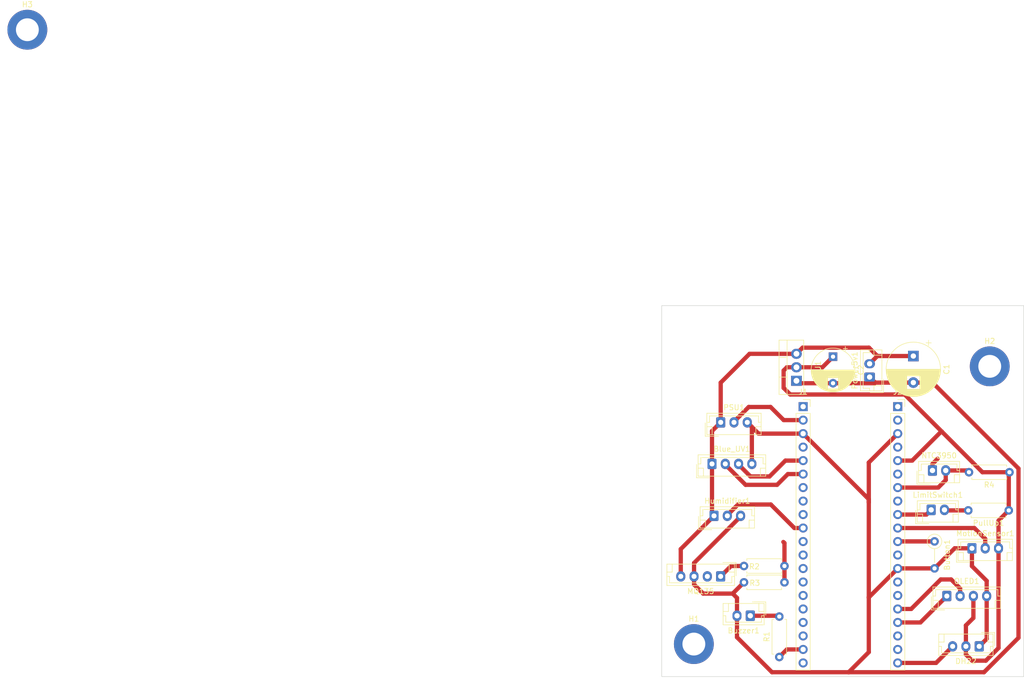
<source format=kicad_pcb>
(kicad_pcb (version 20221018) (generator pcbnew)
  (layers (0 "F.Cu" signal) (31 "B.Cu" signal) (34 "B.Paste" user) (35 "F.Paste" user) (36 "B.SilkS" user "B.Silkscreen") (37 "F.SilkS" user "F.Silkscreen") (38 "B.Mask" user) (39 "F.Mask" user) (44 "Edge.Cuts" user))
  (net 0 "")
  (net 1 "+5V")
  (net 2 "BlueLight")
  (net 3 "UVLight")
  (net 4 "GND")
  (net 5 "Net-(Buzzer1-Pin_1)")
  (net 6 "+3.3V")
  (net 7 "DH22")
  (net 8 "Humidifier")
  (net 26 "Net-(J2-Pin_11)")
  (net 32 "LimitSwitch")
  (net 33 "Net-(LimitSwitch1-Pin_2)")
  (net 34 "MotionSensor")
  (net 35 "NTC3950")
  (net 37 "SDA")
  (net 38 "SCL")
  (net 39 "MainPSU")
  (net 40 "Buzzer")
  (net 42 "MQ135_Digital")
  (net 43 "Net-(MQ135-Pin_1)")
  (footprint "Capacitor_THT:CP_Radial_D10.0mm_P5.00mm" (layer "F.Cu") (at 170.7388 65.471626 -90)
    (fp_text reference "C1" (at 2.5 -6.25 90) (layer "F.SilkS"))
    (fp_text value "330uf")
    (pad "1" thru_hole rect (at 0 0 270) (size 2 2) (drill 1) (layers "*.Cu" "*.Mask") (net 1 "+5V"))
    (pad "2" thru_hole circle (at 5 0 270) (size 2 2) (drill 1) (layers "*.Cu" "*.Mask") (net 4 "GND"))
  )
  (footprint "Resistor_THT:R_Axial_DIN0207_L6.3mm_D2.5mm_P7.62mm_Horizontal" (layer "F.Cu") (at 138.8688 108.0843)
    (fp_text reference "R3" (at 2.032 0.127) (layer "F.SilkS"))
    (fp_text value "2k")
    (pad "1" thru_hole circle (at 0 0) (size 1.6 1.6) (drill 0.8) (layers "*.Cu" "*.Mask") (net 4 "GND"))
    (pad "2" thru_hole oval (at 7.62 0) (size 1.6 1.6) (drill 0.8) (layers "*.Cu" "*.Mask") (net 42 "MQ135_Digital"))
  )
  (footprint "Connector_PinSocket_2.54mm:PinSocket_1x20_P2.54mm_Vertical" (layer "F.Cu") (at 150 75)
    (fp_text reference "J1" (at 0 -2.77) (layer "F.SilkS"))
    (fp_text value "Conn_01x20" hide)
    (pad "1" thru_hole rect (at 0 0) (size 1.7 1.7) (drill 1) (layers "*.Cu" "*.Mask"))
    (pad "2" thru_hole oval (at 0 2.54) (size 1.7 1.7) (drill 1) (layers "*.Cu" "*.Mask") (net 39 "MainPSU"))
    (pad "3" thru_hole oval (at 0 5.08) (size 1.7 1.7) (drill 1) (layers "*.Cu" "*.Mask") (net 4 "GND"))
    (pad "4" thru_hole oval (at 0 7.62) (size 1.7 1.7) (drill 1) (layers "*.Cu" "*.Mask"))
    (pad "5" thru_hole oval (at 0 10.16) (size 1.7 1.7) (drill 1) (layers "*.Cu" "*.Mask") (net 3 "UVLight"))
    (pad "6" thru_hole oval (at 0 12.7) (size 1.7 1.7) (drill 1) (layers "*.Cu" "*.Mask") (net 2 "BlueLight"))
    (pad "7" thru_hole oval (at 0 15.24) (size 1.7 1.7) (drill 1) (layers "*.Cu" "*.Mask"))
    (pad "8" thru_hole oval (at 0 17.78) (size 1.7 1.7) (drill 1) (layers "*.Cu" "*.Mask"))
    (pad "9" thru_hole oval (at 0 20.32) (size 1.7 1.7) (drill 1) (layers "*.Cu" "*.Mask"))
    (pad "10" thru_hole oval (at 0 22.86) (size 1.7 1.7) (drill 1) (layers "*.Cu" "*.Mask") (net 8 "Humidifier"))
    (pad "11" thru_hole oval (at 0 25.4) (size 1.7 1.7) (drill 1) (layers "*.Cu" "*.Mask"))
    (pad "12" thru_hole oval (at 0 27.94) (size 1.7 1.7) (drill 1) (layers "*.Cu" "*.Mask"))
    (pad "13" thru_hole oval (at 0 30.48) (size 1.7 1.7) (drill 1) (layers "*.Cu" "*.Mask"))
    (pad "14" thru_hole oval (at 0 33.02) (size 1.7 1.7) (drill 1) (layers "*.Cu" "*.Mask"))
    (pad "15" thru_hole oval (at 0 35.56) (size 1.7 1.7) (drill 1) (layers "*.Cu" "*.Mask"))
    (pad "16" thru_hole oval (at 0 38.1) (size 1.7 1.7) (drill 1) (layers "*.Cu" "*.Mask"))
    (pad "17" thru_hole oval (at 0 40.64) (size 1.7 1.7) (drill 1) (layers "*.Cu" "*.Mask"))
    (pad "18" thru_hole oval (at 0 43.18) (size 1.7 1.7) (drill 1) (layers "*.Cu" "*.Mask"))
    (pad "19" thru_hole oval (at 0 45.72) (size 1.7 1.7) (drill 1) (layers "*.Cu" "*.Mask") (net 40 "Buzzer"))
    (pad "20" thru_hole oval (at 0 48.26) (size 1.7 1.7) (drill 1) (layers "*.Cu" "*.Mask"))
  )
  (footprint "Resistor_THT:R_Axial_DIN0207_L6.3mm_D2.5mm_P7.62mm_Horizontal" (layer "F.Cu") (at 146.4888 105.0109 180)
    (fp_text reference "R2" (at 5.6642 -0.1016) (layer "F.SilkS"))
    (fp_text value "1k")
    (pad "1" thru_hole circle (at 0 0 180) (size 1.6 1.6) (drill 0.8) (layers "*.Cu" "*.Mask") (net 42 "MQ135_Digital"))
    (pad "2" thru_hole oval (at 7.62 0 180) (size 1.6 1.6) (drill 0.8) (layers "*.Cu" "*.Mask") (net 43 "Net-(MQ135-Pin_1)"))
  )
  (footprint "Connector_JST:JST_EH_B4B-EH-A_1x04_P2.50mm_Vertical" (layer "F.Cu") (at 134.4746 106.9667 180)
    (fp_text reference "MQ135" (at 3.75 -2.8) (layer "F.SilkS"))
    (fp_text value "JST4P")
    (pad "1" thru_hole roundrect (at 0 0 180) (size 1.7 1.95) (drill 0.95) (layers "*.Cu" "*.Mask") (roundrect_rratio 0.147059) (net 43 "Net-(MQ135-Pin_1)"))
    (pad "2" thru_hole oval (at 2.5 0 180) (size 1.7 1.95) (drill 0.95) (layers "*.Cu" "*.Mask"))
    (pad "3" thru_hole oval (at 5 0 180) (size 1.7 1.95) (drill 0.95) (layers "*.Cu" "*.Mask") (net 4 "GND"))
    (pad "4" thru_hole oval (at 7.5 0 180) (size 1.7 1.95) (drill 0.95) (layers "*.Cu" "*.Mask") (net 1 "+5V"))
  )
  (footprint "Connector_JST:JST_EH_B2B-EH-A_1x02_P2.50mm_Vertical" (layer "F.Cu") (at 174.3348 87.0204)
    (fp_text reference "NTC3950" (at 1.25 -2.8) (layer "F.SilkS"))
    (fp_text value "100k")
    (pad "1" thru_hole roundrect (at 0 0) (size 1.7 2) (drill 1) (layers "*.Cu" "*.Mask") (roundrect_rratio 0.147059) (net 4 "GND"))
    (pad "2" thru_hole oval (at 2.5 0) (size 1.7 2) (drill 1) (layers "*.Cu" "*.Mask") (net 35 "NTC3950"))
  )
  (footprint "MountingHole:MountingHole_4.3mm_M4_DIN965_Pad_TopBottom" (layer "F.Cu") (at 4.025 4.025)
    (fp_text reference "H3" (at 0 -4.75) (layer "F.SilkS"))
    (fp_text value "MountingHole")
    (pad "1" thru_hole circle (at 0 0) (size 4.7 4.7) (drill 4.3) (layers "*.Cu" "*.Mask"))
    (pad "1" connect circle (at 0 0) (size 7.5 7.5) (layers "F.Cu" "F.Mask"))
    (pad "1" connect circle (at 0 0) (size 7.5 7.5) (layers "B.Cu" "B.Mask"))
  )
  (footprint "Connector_JST:JST_EH_B2B-EH-A_1x02_P2.50mm_Vertical" (layer "F.Cu") (at 140.0556 114.3762 180)
    (fp_text reference "Buzzer1" (at 1.25 -2.8) (layer "F.SilkS"))
    (fp_text value "JST2P")
    (pad "1" thru_hole roundrect (at 0 0 180) (size 1.7 2) (drill 1) (layers "*.Cu" "*.Mask") (roundrect_rratio 0.147059) (net 5 "Net-(Buzzer1-Pin_1)"))
    (pad "2" thru_hole oval (at 2.5 0 180) (size 1.7 2) (drill 1) (layers "*.Cu" "*.Mask") (net 4 "GND"))
  )
  (footprint "Connector_JST:JST_EH_B2B-EH-A_1x02_P2.50mm_Vertical" (layer "F.Cu") (at 174.0916 94.4372)
    (fp_text reference "LimitSwitch1" (at 1.25 -2.8) (layer "F.SilkS"))
    (fp_text value "JST2P")
    (pad "1" thru_hole roundrect (at 0 0) (size 1.7 2) (drill 1) (layers "*.Cu" "*.Mask") (roundrect_rratio 0.147059) (net 32 "LimitSwitch"))
    (pad "2" thru_hole oval (at 2.5 0) (size 1.7 2) (drill 1) (layers "*.Cu" "*.Mask") (net 33 "Net-(LimitSwitch1-Pin_2)"))
  )
  (footprint "Connector_JST:JST_EH_B4B-EH-A_1x04_P2.50mm_Vertical" (layer "F.Cu") (at 132.8528 85.7831)
    (fp_text reference "Blue_UV1" (at 3.75 -2.8) (layer "F.SilkS"))
    (fp_text value "Relay_2CH")
    (pad "1" thru_hole roundrect (at 0 0) (size 1.7 1.95) (drill 0.95) (layers "*.Cu" "*.Mask") (roundrect_rratio 0.147059) (net 1 "+5V"))
    (pad "2" thru_hole oval (at 2.5 0) (size 1.7 1.95) (drill 0.95) (layers "*.Cu" "*.Mask") (net 2 "BlueLight"))
    (pad "3" thru_hole oval (at 5 0) (size 1.7 1.95) (drill 0.95) (layers "*.Cu" "*.Mask") (net 3 "UVLight"))
    (pad "4" thru_hole oval (at 7.5 0) (size 1.7 1.95) (drill 0.95) (layers "*.Cu" "*.Mask") (net 4 "GND"))
  )
  (footprint "Connector_JST:JST_EH_B3B-EH-A_1x03_P2.50mm_Vertical" (layer "F.Cu") (at 134.4892 77.9599)
    (fp_text reference "PSU1" (at 2.5 -2.8) (layer "F.SilkS"))
    (fp_text value "Relay_1CH")
    (pad "1" thru_hole roundrect (at 0 0) (size 1.7 1.95) (drill 0.95) (layers "*.Cu" "*.Mask") (roundrect_rratio 0.147059) (net 1 "+5V"))
    (pad "2" thru_hole oval (at 2.5 0) (size 1.7 1.95) (drill 0.95) (layers "*.Cu" "*.Mask") (net 39 "MainPSU"))
    (pad "3" thru_hole oval (at 5 0) (size 1.7 1.95) (drill 0.95) (layers "*.Cu" "*.Mask") (net 4 "GND"))
  )
  (footprint "Resistor_THT:R_Axial_DIN0207_L6.3mm_D2.5mm_P7.62mm_Horizontal" (layer "F.Cu") (at 188.6966 94.5388 180)
    (fp_text reference "PullUp1" (at 3.81 -2.37) (layer "F.SilkS"))
    (fp_text value "10k")
    (pad "1" thru_hole circle (at 0 0 180) (size 1.6 1.6) (drill 0.8) (layers "*.Cu" "*.Mask") (net 6 "+3.3V"))
    (pad "2" thru_hole oval (at 7.62 0 180) (size 1.6 1.6) (drill 0.8) (layers "*.Cu" "*.Mask") (net 33 "Net-(LimitSwitch1-Pin_2)"))
  )
  (footprint "Package_TO_SOT_THT:TO-220-3_Vertical" (layer "F.Cu") (at 148.7424 70.1294 90)
    (fp_text reference "U1" (at 2.7486 4.0592 90) (layer "F.SilkS"))
    (fp_text value "AZ1117-3.3")
    (pad "1" thru_hole rect (at 0 0 90) (size 1.905 2) (drill 1.1) (layers "*.Cu" "*.Mask") (net 4 "GND"))
    (pad "2" thru_hole oval (at 2.54 0 90) (size 1.905 2) (drill 1.1) (layers "*.Cu" "*.Mask") (net 6 "+3.3V"))
    (pad "3" thru_hole oval (at 5.08 0 90) (size 1.905 2) (drill 1.1) (layers "*.Cu" "*.Mask") (net 1 "+5V"))
  )
  (footprint "Resistor_THT:R_Axial_DIN0207_L6.3mm_D2.5mm_P5.08mm_Vertical" (layer "F.Cu") (at 174.7266 100.3772 -90)
    (fp_text reference "Button1" (at 2.54 -2.37 90) (layer "F.SilkS"))
    (fp_text value "DIP")
    (pad "1" thru_hole circle (at 0 0 270) (size 1.6 1.6) (drill 0.8) (layers "*.Cu" "*.Mask") (net 26 "Net-(J2-Pin_11)"))
    (pad "2" thru_hole oval (at 5.08 0 270) (size 1.6 1.6) (drill 0.8) (layers "*.Cu" "*.Mask") (net 4 "GND"))
  )
  (footprint "Resistor_THT:R_Axial_DIN0207_L6.3mm_D2.5mm_P7.62mm_Horizontal" (layer "F.Cu") (at 188.8236 87.3506 180)
    (fp_text reference "R4" (at 3.81 -2.37) (layer "F.SilkS"))
    (fp_text value "100k")
    (pad "1" thru_hole circle (at 0 0 180) (size 1.6 1.6) (drill 0.8) (layers "*.Cu" "*.Mask") (net 6 "+3.3V"))
    (pad "2" thru_hole oval (at 7.62 0 180) (size 1.6 1.6) (drill 0.8) (layers "*.Cu" "*.Mask") (net 35 "NTC3950"))
  )
  (footprint "Resistor_THT:R_Axial_DIN0207_L6.3mm_D2.5mm_P7.62mm_Horizontal" (layer "F.Cu") (at 145.5166 122.1486 90)
    (fp_text reference "R1" (at 3.81 -2.37 90) (layer "F.SilkS"))
    (fp_text value "200")
    (pad "1" thru_hole circle (at 0 0 90) (size 1.6 1.6) (drill 0.8) (layers "*.Cu" "*.Mask") (net 40 "Buzzer"))
    (pad "2" thru_hole oval (at 7.62 0 90) (size 1.6 1.6) (drill 0.8) (layers "*.Cu" "*.Mask") (net 5 "Net-(Buzzer1-Pin_1)"))
  )
  (footprint "Connector_JST:JST_EH_B3B-EH-A_1x03_P2.50mm_Vertical" (layer "F.Cu") (at 181.7662 101.6762)
    (fp_text reference "MotionSensor1" (at 2.5 -2.8) (layer "F.SilkS"))
    (fp_text value "JST3P")
    (pad "1" thru_hole roundrect (at 0 0) (size 1.7 1.95) (drill 0.95) (layers "*.Cu" "*.Mask") (roundrect_rratio 0.147059) (net 4 "GND"))
    (pad "2" thru_hole oval (at 2.5 0) (size 1.7 1.95) (drill 0.95) (layers "*.Cu" "*.Mask") (net 34 "MotionSensor"))
    (pad "3" thru_hole oval (at 5 0) (size 1.7 1.95) (drill 0.95) (layers "*.Cu" "*.Mask") (net 6 "+3.3V"))
  )
  (footprint "Connector_JST:JST_EH_B2B-EH-A_1x02_P2.50mm_Vertical" (layer "F.Cu") (at 162.5092 69.428549 90)
    (fp_text reference "Power5v1" (at 1.25 -2.8 90) (layer "F.SilkS"))
    (fp_text value "JST2P")
    (pad "1" thru_hole roundrect (at 0 0 90) (size 1.7 2) (drill 1) (layers "*.Cu" "*.Mask") (roundrect_rratio 0.147059) (net 4 "GND"))
    (pad "2" thru_hole oval (at 2.5 0 90) (size 1.7 2) (drill 1) (layers "*.Cu" "*.Mask") (net 1 "+5V"))
  )
  (footprint "Connector_JST:JST_EH_B4B-EH-A_1x04_P2.50mm_Vertical" (layer "F.Cu") (at 177.038 110.6678)
    (fp_text reference "OLED1" (at 3.75 -2.8) (layer "F.SilkS"))
    (fp_text value "JST4P")
    (pad "1" thru_hole roundrect (at 0 0) (size 1.7 1.95) (drill 0.95) (layers "*.Cu" "*.Mask") (roundrect_rratio 0.147059) (net 37 "SDA"))
    (pad "2" thru_hole oval (at 2.5 0) (size 1.7 1.95) (drill 0.95) (layers "*.Cu" "*.Mask") (net 38 "SCL"))
    (pad "3" thru_hole oval (at 5 0) (size 1.7 1.95) (drill 0.95) (layers "*.Cu" "*.Mask") (net 6 "+3.3V"))
    (pad "4" thru_hole oval (at 7.5 0) (size 1.7 1.95) (drill 0.95) (layers "*.Cu" "*.Mask") (net 4 "GND"))
  )
  (footprint "Connector_JST:JST_EH_B3B-EH-A_1x03_P2.50mm_Vertical" (layer "F.Cu") (at 133.2338 95.5621)
    (fp_text reference "Humidifier1" (at 2.5 -2.8) (layer "F.SilkS"))
    (fp_text value "JST_3P")
    (pad "1" thru_hole roundrect (at 0 0) (size 1.7 1.95) (drill 0.95) (layers "*.Cu" "*.Mask") (roundrect_rratio 0.147059) (net 1 "+5V"))
    (pad "2" thru_hole oval (at 2.5 0) (size 1.7 1.95) (drill 0.95) (layers "*.Cu" "*.Mask") (net 8 "Humidifier"))
    (pad "3" thru_hole oval (at 5 0) (size 1.7 1.95) (drill 0.95) (layers "*.Cu" "*.Mask") (net 4 "GND"))
  )
  (footprint "Connector_JST:JST_EH_B3B-EH-A_1x03_P2.50mm_Vertical" (layer "F.Cu") (at 183.1302 120.142 180)
    (fp_text reference "DH22" (at 2.5 -2.8) (layer "F.SilkS"))
    (fp_text value "JST3P")
    (pad "1" thru_hole roundrect (at 0 0 180) (size 1.7 1.95) (drill 0.95) (layers "*.Cu" "*.Mask") (roundrect_rratio 0.147059) (net 4 "GND"))
    (pad "2" thru_hole oval (at 2.5 0 180) (size 1.7 1.95) (drill 0.95) (layers "*.Cu" "*.Mask") (net 6 "+3.3V"))
    (pad "3" thru_hole oval (at 5 0 180) (size 1.7 1.95) (drill 0.95) (layers "*.Cu" "*.Mask") (net 7 "DH22"))
  )
  (footprint "Connector_PinSocket_2.54mm:PinSocket_1x20_P2.54mm_Vertical" (layer "F.Cu") (at 167.8 75)
    (fp_text reference "J2" (at 0 -2.77) (layer "F.SilkS"))
    (fp_text value "Conn_01x20")
    (pad "1" thru_hole rect (at 0 0) (size 1.7 1.7) (drill 1) (layers "*.Cu" "*.Mask"))
    (pad "2" thru_hole oval (at 0 2.54) (size 1.7 1.7) (drill 1) (layers "*.Cu" "*.Mask"))
    (pad "3" thru_hole oval (at 0 5.08) (size 1.7 1.7) (drill 1) (layers "*.Cu" "*.Mask") (net 4 "GND"))
    (pad "4" thru_hole oval (at 0 7.62) (size 1.7 1.7) (drill 1) (layers "*.Cu" "*.Mask"))
    (pad "5" thru_hole oval (at 0 10.16) (size 1.7 1.7) (drill 1) (layers "*.Cu" "*.Mask") (net 6 "+3.3V"))
    (pad "6" thru_hole oval (at 0 12.7) (size 1.7 1.7) (drill 1) (layers "*.Cu" "*.Mask"))
    (pad "7" thru_hole oval (at 0 15.24) (size 1.7 1.7) (drill 1) (layers "*.Cu" "*.Mask") (net 35 "NTC3950"))
    (pad "8" thru_hole oval (at 0 17.78) (size 1.7 1.7) (drill 1) (layers "*.Cu" "*.Mask"))
    (pad "9" thru_hole oval (at 0 20.32) (size 1.7 1.7) (drill 1) (layers "*.Cu" "*.Mask") (net 32 "LimitSwitch"))
    (pad "10" thru_hole oval (at 0 22.86) (size 1.7 1.7) (drill 1) (layers "*.Cu" "*.Mask") (net 34 "MotionSensor"))
    (pad "11" thru_hole oval (at 0 25.4) (size 1.7 1.7) (drill 1) (layers "*.Cu" "*.Mask") (net 26 "Net-(J2-Pin_11)"))
    (pad "12" thru_hole oval (at 0 27.94) (size 1.7 1.7) (drill 1) (layers "*.Cu" "*.Mask"))
    (pad "13" thru_hole oval (at 0 30.48) (size 1.7 1.7) (drill 1) (layers "*.Cu" "*.Mask") (net 4 "GND"))
    (pad "14" thru_hole oval (at 0 33.02) (size 1.7 1.7) (drill 1) (layers "*.Cu" "*.Mask"))
    (pad "15" thru_hole oval (at 0 35.56) (size 1.7 1.7) (drill 1) (layers "*.Cu" "*.Mask"))
    (pad "16" thru_hole oval (at 0 38.1) (size 1.7 1.7) (drill 1) (layers "*.Cu" "*.Mask") (net 38 "SCL"))
    (pad "17" thru_hole oval (at 0 40.64) (size 1.7 1.7) (drill 1) (layers "*.Cu" "*.Mask") (net 37 "SDA"))
    (pad "18" thru_hole oval (at 0 43.18) (size 1.7 1.7) (drill 1) (layers "*.Cu" "*.Mask"))
    (pad "19" thru_hole oval (at 0 45.72) (size 1.7 1.7) (drill 1) (layers "*.Cu" "*.Mask"))
    (pad "20" thru_hole oval (at 0 48.26) (size 1.7 1.7) (drill 1) (layers "*.Cu" "*.Mask") (net 7 "DH22"))
  )
  (footprint "Capacitor_THT:CP_Radial_D8.0mm_P5.00mm" (layer "F.Cu") (at 155.6258 65.593149 -90)
    (fp_text reference "C2" (at 2.5 -5.25 90) (layer "F.SilkS"))
    (fp_text value "220uf")
    (pad "1" thru_hole rect (at 0 0 270) (size 1.6 1.6) (drill 0.8) (layers "*.Cu" "*.Mask") (net 6 "+3.3V"))
    (pad "2" thru_hole circle (at 5 0 270) (size 1.6 1.6) (drill 0.8) (layers "*.Cu" "*.Mask") (net 4 "GND"))
  )
  (footprint "MountingHole:MountingHole_4.3mm_M4_DIN965_Pad_TopBottom" (layer "F.Cu") (at 185.1152 67.4116)
    (fp_text reference "H2" (at 0 -4.75) (layer "F.SilkS"))
    (fp_text value "MountingHole")
    (pad "1" thru_hole circle (at 0 0) (size 4.7 4.7) (drill 4.3) (layers "*.Cu" "*.Mask"))
    (pad "1" connect circle (at 0 0) (size 7.5 7.5) (layers "F.Cu" "F.Mask"))
    (pad "1" connect circle (at 0 0) (size 7.5 7.5) (layers "B.Cu" "B.Mask"))
  )
  (footprint "MountingHole:MountingHole_4.3mm_M4_DIN965_Pad_TopBottom" (layer "F.Cu") (at 129.4384 119.7102)
    (fp_text reference "H1" (at 0 -4.75) (layer "F.SilkS"))
    (fp_text value "MountingHole")
    (pad "1" thru_hole circle (at 0 0) (size 4.7 4.7) (drill 4.3) (layers "*.Cu" "*.Mask"))
    (pad "1" connect circle (at 0 0) (size 7.5 7.5) (layers "F.Cu" "F.Mask"))
    (pad "1" connect circle (at 0 0) (size 7.5 7.5) (layers "B.Cu" "B.Mask"))
  )
  (gr_rect (start 123.3932 55.9816) (end 191.516 125.8316) (stroke (width 0.1)) (fill none) (layer "Edge.Cuts"))
  (segment (start 126.9746 101.8213) (end 126.9746 106.9667) (width 0.8) (layer "F.Cu") (net 1))
  (segment (start 139.924503 65.0494) (end 148.7424 65.0494) (width 0.8) (layer "F.Cu") (net 1))
  (segment (start 163.966123 65.471626) (end 162.387646 63.893149) (width 0.8) (layer "F.Cu") (net 1))
  (segment (start 149.898651 63.893149) (end 148.7424 65.0494) (width 0.8) (layer "F.Cu") (net 1))
  (segment (start 163.966123 65.471626) (end 162.5092 66.928549) (width 0.8) (layer "F.Cu") (net 1))
  (segment (start 134.4892 70.484703) (end 139.924503 65.0494) (width 0.8) (layer "F.Cu") (net 1))
  (segment (start 134.4892 77.9599) (end 134.4892 70.484703) (width 0.8) (layer "F.Cu") (net 1))
  (segment (start 133.2338 95.5621) (end 126.9746 101.8213) (width 0.8) (layer "F.Cu") (net 1))
  (segment (start 134.4892 77.9599) (end 132.8528 79.5963) (width 0.8) (layer "F.Cu") (net 1))
  (segment (start 132.8528 79.5963) (end 132.8528 85.7831) (width 0.8) (layer "F.Cu") (net 1))
  (segment (start 132.8528 85.7831) (end 132.8528 95.1811) (width 0.8) (layer "F.Cu") (net 1))
  (segment (start 170.7388 65.471626) (end 163.966123 65.471626) (width 0.8) (layer "F.Cu") (net 1))
  (segment (start 132.8528 95.1811) (end 133.2338 95.5621) (width 0.8) (layer "F.Cu") (net 1))
  (segment (start 162.387646 63.893149) (end 149.898651 63.893149) (width 0.8) (layer "F.Cu") (net 1))
  (segment (start 147.123 87.7) (end 150 87.7) (width 0.8) (layer "F.Cu") (net 2))
  (segment (start 135.3528 85.9081) (end 139.1648 89.7201) (width 0.8) (layer "F.Cu") (net 2))
  (segment (start 145.1029 89.7201) (end 147.123 87.7) (width 0.8) (layer "F.Cu") (net 2))
  (segment (start 135.3528 85.7831) (end 135.3528 85.9081) (width 0.8) (layer "F.Cu") (net 2))
  (segment (start 139.1648 89.7201) (end 145.1029 89.7201) (width 0.8) (layer "F.Cu") (net 2))
  (segment (start 140.09 88.1453) (end 143.6805 88.1453) (width 0.8) (layer "F.Cu") (net 3))
  (segment (start 137.8528 85.9081) (end 140.09 88.1453) (width 0.8) (layer "F.Cu") (net 3))
  (segment (start 146.6658 85.16) (end 150 85.16) (width 0.8) (layer "F.Cu") (net 3))
  (segment (start 143.6805 88.1453) (end 146.6658 85.16) (width 0.8) (layer "F.Cu") (net 3))
  (segment (start 137.8528 85.7831) (end 137.8528 85.9081) (width 0.8) (layer "F.Cu") (net 3))
  (segment (start 130.8706 109.8877) (end 131.1872 110.2043) (width 0.8) (layer "F.Cu") (net 4))
  (segment (start 162.3575 92.9894) (end 162.3575 85.5225) (width 0.8) (layer "F.Cu") (net 4))
  (segment (start 184.538 118.7342) (end 183.1302 120.142) (width 0.8) (layer "F.Cu") (net 4))
  (segment (start 190.5254 118.526078) (end 184.041478 125.01) (width 0.8) (layer "F.Cu") (net 4))
  (segment (start 162.3575 85.5225) (end 167.8 80.08) (width 0.8) (layer "F.Cu") (net 4))
  (segment (start 140.3528 85.7831) (end 140.3528 78.8235) (width 0.8) (layer "F.Cu") (net 4))
  (segment (start 163.552277 70.471626) (end 163.430754 70.593149) (width 0.8) (layer "F.Cu") (net 4))
  (segment (start 144.1362 125.01) (end 137.5556 118.4294) (width 0.8) (layer "F.Cu") (net 4))
  (segment (start 141.6093 80.08) (end 150 80.08) (width 0.8) (layer "F.Cu") (net 4))
  (segment (start 181.7662 105.0328) (end 181.7662 101.6762) (width 0.8) (layer "F.Cu") (net 4))
  (segment (start 163.552277 70.471626) (end 162.5092 69.428549) (width 0.8) (layer "F.Cu") (net 4))
  (segment (start 137.5556 111.0111) (end 137.5556 114.3762) (width 0.8) (layer "F.Cu") (net 4))
  (segment (start 140.3528 78.8235) (end 139.4892 77.9599) (width 0.8) (layer "F.Cu") (net 4))
  (segment (start 162.3575 121.2247) (end 158.5722 125.01) (width 0.8) (layer "F.Cu") (net 4))
  (segment (start 181.7662 101.6762) (end 178.5076 101.6762) (width 0.8) (layer "F.Cu") (net 4))
  (segment (start 184.041478 125.01) (end 158.5722 125.01) (width 0.8) (layer "F.Cu") (net 4))
  (segment (start 178.5076 101.6762) (end 174.7266 105.4572) (width 0.8) (layer "F.Cu") (net 4))
  (segment (start 158.5722 125.01) (end 144.1362 125.01) (width 0.8) (layer "F.Cu") (net 4))
  (segment (start 136.7488 110.2043) (end 137.5556 111.0111) (width 0.8) (layer "F.Cu") (net 4))
  (segment (start 170.7388 70.471626) (end 174.34879 70.471626) (width 0.8) (layer "F.Cu") (net 4))
  (segment (start 174.3348 85.7866) (end 175.3108 84.8106) (width 0.8) (layer "F.Cu") (net 4))
  (segment (start 136.7488 110.2043) (end 138.8688 108.0843) (width 0.8) (layer "F.Cu") (net 4))
  (segment (start 162.3575 110.9225) (end 162.3575 121.2247) (width 0.8) (layer "F.Cu") (net 4))
  (segment (start 167.8 105.48) (end 162.3575 110.9225) (width 0.8) (layer "F.Cu") (net 4))
  (segment (start 129.4746 108.4917) (end 130.8706 109.8877) (width 0.8) (layer "F.Cu") (net 4))
  (segment (start 163.430754 70.593149) (end 155.6258 70.593149) (width 0.8) (layer "F.Cu") (net 4))
  (segment (start 162.3575 92.4375) (end 150 80.08) (width 0.8) (layer "F.Cu") (net 4))
  (segment (start 174.3348 87.0204) (end 174.3348 85.7866) (width 0.8) (layer "F.Cu") (net 4))
  (segment (start 184.538 110.6678) (end 184.538 118.7342) (width 0.8) (layer "F.Cu") (net 4))
  (segment (start 174.34879 70.471626) (end 190.5254 86.648236) (width 0.8) (layer "F.Cu") (net 4))
  (segment (start 155.6258 70.593149) (end 149.206149 70.593149) (width 0.8) (layer "F.Cu") (net 4))
  (segment (start 140.3528 78.8235) (end 141.6093 80.08) (width 0.8) (layer "F.Cu") (net 4))
  (segment (start 131.1872 110.2043) (end 136.7488 110.2043) (width 0.8) (layer "F.Cu") (net 4))
  (segment (start 190.5254 86.648236) (end 190.5254 118.526078) (width 0.8) (layer "F.Cu") (net 4))
  (segment (start 162.3575 92.9894) (end 162.3575 92.4375) (width 0.8) (layer "F.Cu") (net 4))
  (segment (start 138.2338 95.5621) (end 138.2338 95.6871) (width 0.8) (layer "F.Cu") (net 4))
  (segment (start 162.3575 110.9225) (end 162.3575 92.9894) (width 0.8) (layer "F.Cu") (net 4))
  (segment (start 149.206149 70.593149) (end 148.7424 70.1294) (width 0.8) (layer "F.Cu") (net 4))
  (segment (start 170.7388 70.471626) (end 163.552277 70.471626) (width 0.8) (layer "F.Cu") (net 4))
  (segment (start 138.2338 95.6871) (end 129.4746 104.4463) (width 0.8) (layer "F.Cu") (net 4))
  (segment (start 184.538 107.8046) (end 181.7662 105.0328) (width 0.8) (layer "F.Cu") (net 4))
  (segment (start 129.4746 104.4463) (end 129.4746 106.9667) (width 0.8) (layer "F.Cu") (net 4))
  (segment (start 167.8228 105.4572) (end 167.8 105.48) (width 0.8) (layer "F.Cu") (net 4))
  (segment (start 129.4746 106.9667) (end 129.4746 108.4917) (width 0.8) (layer "F.Cu") (net 4))
  (segment (start 174.7266 105.4572) (end 167.8228 105.4572) (width 0.8) (layer "F.Cu") (net 4))
  (segment (start 137.5556 118.4294) (end 137.5556 114.3762) (width 0.8) (layer "F.Cu") (net 4))
  (segment (start 184.538 110.6678) (end 184.538 107.8046) (width 0.8) (layer "F.Cu") (net 4))
  (segment (start 145.3642 114.3762) (end 145.5166 114.5286) (width 0.8) (layer "F.Cu") (net 5))
  (segment (start 140.0556 114.3762) (end 145.3642 114.3762) (width 0.8) (layer "F.Cu") (net 5))
  (segment (start 188.6966 87.4776) (end 188.8236 87.3506) (width 0.8) (layer "F.Cu") (net 6))
  (segment (start 181.7976 122.8344) (end 180.6302 121.667) (width 0.8) (layer "F.Cu") (net 6))
  (segment (start 176.0855 79.6925) (end 183.7436 87.3506) (width 0.8) (layer "F.Cu") (net 6))
  (segment (start 186.7662 101.6762) (end 186.7662 96.4692) (width 0.8) (layer "F.Cu") (net 6))
  (segment (start 180.6302 116.1942) (end 182.038 114.7864) (width 0.8) (layer "F.Cu") (net 6))
  (segment (start 186.7662 120.4468) (end 184.3786 122.8344) (width 0.8) (layer "F.Cu") (net 6))
  (segment (start 169.109103 72.716103) (end 176.0855 79.6925) (width 0.8) (layer "F.Cu") (net 6))
  (segment (start 186.7662 101.6762) (end 186.7662 120.4468) (width 0.8) (layer "F.Cu") (net 6))
  (segment (start 147.576603 72.716103) (end 169.109103 72.716103) (width 0.8) (layer "F.Cu") (net 6))
  (segment (start 184.3786 122.8344) (end 181.7976 122.8344) (width 0.8) (layer "F.Cu") (net 6))
  (segment (start 180.6302 121.667) (end 180.6302 120.142) (width 0.8) (layer "F.Cu") (net 6))
  (segment (start 170.5164 85.16) (end 175.9839 79.6925) (width 0.8) (layer "F.Cu") (net 6))
  (segment (start 167.8 85.16) (end 170.5164 85.16) (width 0.8) (layer "F.Cu") (net 6))
  (segment (start 175.9839 79.6925) (end 176.0855 79.6925) (width 0.8) (layer "F.Cu") (net 6))
  (segment (start 146.3294 68.2024) (end 146.3294 71.4689) (width 0.8) (layer "F.Cu") (net 6))
  (segment (start 180.6302 120.142) (end 180.6302 116.1942) (width 0.8) (layer "F.Cu") (net 6))
  (segment (start 186.7662 96.4692) (end 188.6966 94.5388) (width 0.8) (layer "F.Cu") (net 6))
  (segment (start 148.7424 67.5894) (end 153.629549 67.5894) (width 0.8) (layer "F.Cu") (net 6))
  (segment (start 182.038 114.7864) (end 182.038 110.6678) (width 0.8) (layer "F.Cu") (net 6))
  (segment (start 188.6966 94.5388) (end 188.6966 87.4776) (width 0.8) (layer "F.Cu") (net 6))
  (segment (start 146.3294 71.4689) (end 147.576603 72.716103) (width 0.8) (layer "F.Cu") (net 6))
  (segment (start 146.9424 67.5894) (end 146.3294 68.2024) (width 0.8) (layer "F.Cu") (net 6))
  (segment (start 153.629549 67.5894) (end 155.6258 65.593149) (width 0.8) (layer "F.Cu") (net 6))
  (segment (start 183.7436 87.3506) (end 188.8236 87.3506) (width 0.8) (layer "F.Cu") (net 6))
  (segment (start 148.7424 67.5894) (end 146.9424 67.5894) (width 0.8) (layer "F.Cu") (net 6))
  (segment (start 175.0122 123.26) (end 178.1302 120.142) (width 0.8) (layer "F.Cu") (net 7))
  (segment (start 167.8 123.26) (end 175.0122 123.26) (width 0.8) (layer "F.Cu") (net 7))
  (segment (start 135.7338 95.5621) (end 135.7338 95.4371) (width 0.8) (layer "F.Cu") (net 8))
  (segment (start 135.7338 95.4371) (end 137.7424 93.4285) (width 0.8) (layer "F.Cu") (net 8))
  (segment (start 143.9237 93.4285) (end 148.3552 97.86) (width 0.8) (layer "F.Cu") (net 8))
  (segment (start 135.7338 95.5621) (end 135.7338 95.6871) (width 0.8) (layer "F.Cu") (net 8))
  (segment (start 148.3552 97.86) (end 150 97.86) (width 0.8) (layer "F.Cu") (net 8))
  (segment (start 137.7424 93.4285) (end 143.9237 93.4285) (width 0.8) (layer "F.Cu") (net 8))
  (segment (start 167.8228 100.3772) (end 167.8 100.4) (width 0.8) (layer "F.Cu") (net 26))
  (segment (start 174.7266 100.3772) (end 167.8228 100.3772) (width 0.8) (layer "F.Cu") (net 26))
  (segment (start 167.8 95.32) (end 173.2088 95.32) (width 0.8) (layer "F.Cu") (net 32))
  (segment (start 173.2088 95.32) (end 174.0916 94.4372) (width 0.8) (layer "F.Cu") (net 32))
  (segment (start 176.6932 94.5388) (end 176.5916 94.4372) (width 0.8) (layer "F.Cu") (net 33))
  (segment (start 181.0766 94.5388) (end 176.6932 94.5388) (width 0.8) (layer "F.Cu") (net 33))
  (segment (start 167.8 97.86) (end 182.225 97.86) (width 0.8) (layer "F.Cu") (net 34))
  (segment (start 184.2662 99.9012) (end 184.2662 101.6762) (width 0.8) (layer "F.Cu") (net 34))
  (segment (start 182.225 97.86) (end 184.2662 99.9012) (width 0.8) (layer "F.Cu") (net 34))
  (segment (start 180.8734 87.0204) (end 181.2036 87.3506) (width 0.8) (layer "F.Cu") (net 35))
  (segment (start 167.8 90.24) (end 175.4152 90.24) (width 0.8) (layer "F.Cu") (net 35))
  (segment (start 175.4152 90.24) (end 176.8348 88.8204) (width 0.8) (layer "F.Cu") (net 35))
  (segment (start 176.8348 88.8204) (end 176.8348 87.0204) (width 0.8) (layer "F.Cu") (net 35))
  (segment (start 176.8348 87.0204) (end 180.8734 87.0204) (width 0.8) (layer "F.Cu") (net 35))
  (segment (start 172.0658 115.64) (end 177.038 110.6678) (width 0.8) (layer "F.Cu") (net 37))
  (segment (start 167.8 115.64) (end 172.0658 115.64) (width 0.8) (layer "F.Cu") (net 37))
  (segment (start 177.8508 107.5436) (end 179.538 109.2308) (width 0.8) (layer "F.Cu") (net 38))
  (segment (start 167.8 113.1) (end 170.3386 113.1) (width 0.8) (layer "F.Cu") (net 38))
  (segment (start 179.538 109.2308) (end 179.538 110.6678) (width 0.8) (layer "F.Cu") (net 38))
  (segment (start 175.895 107.5436) (end 177.8508 107.5436) (width 0.8) (layer "F.Cu") (net 38))
  (segment (start 170.3386 113.1) (end 175.895 107.5436) (width 0.8) (layer "F.Cu") (net 38))
  (segment (start 150 77.54) (end 146.3486 77.54) (width 0.8) (layer "F.Cu") (net 39))
  (segment (start 139.7598 75.0643) (end 136.9892 77.8349) (width 0.8) (layer "F.Cu") (net 39))
  (segment (start 136.9892 77.9599) (end 136.9892 78.0849) (width 0.8) (layer "F.Cu") (net 39))
  (segment (start 143.8729 75.0643) (end 139.7598 75.0643) (width 0.8) (layer "F.Cu") (net 39))
  (segment (start 146.3486 77.54) (end 143.8729 75.0643) (width 0.8) (layer "F.Cu") (net 39))
  (segment (start 136.9892 77.8349) (end 136.9892 77.9599) (width 0.8) (layer "F.Cu") (net 39))
  (segment (start 146.9452 120.72) (end 145.5166 122.1486) (width 0.8) (layer "F.Cu") (net 40))
  (segment (start 150 120.72) (end 146.9452 120.72) (width 0.8) (layer "F.Cu") (net 40))
  (segment (start 146.4888 100.6926) (end 146.2786 100.4824) (width 0.8) (layer "F.Cu") (net 42))
  (segment (start 146.4888 105.0109) (end 146.4888 100.6926) (width 0.8) (layer "F.Cu") (net 42))
  (segment (start 146.4888 108.0843) (end 146.4888 105.0109) (width 0.8) (layer "F.Cu") (net 42))
  (segment (start 136.4304 105.0109) (end 134.4746 106.9667) (width 0.8) (layer "F.Cu") (net 43))
  (segment (start 138.8688 105.0109) (end 136.4304 105.0109) (width 0.8) (layer "F.Cu") (net 43))
)
</source>
